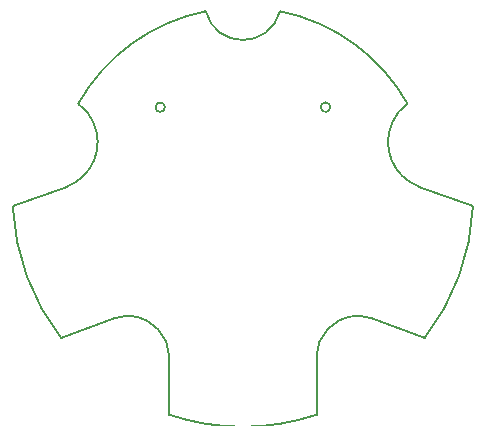
<source format=gm1>
%TF.GenerationSoftware,KiCad,Pcbnew,(6.0.5)*%
%TF.CreationDate,2022-06-17T18:07:45-04:00*%
%TF.ProjectId,Maka_BMS,4d616b61-5f42-44d5-932e-6b696361645f,rev?*%
%TF.SameCoordinates,Original*%
%TF.FileFunction,Profile,NP*%
%FSLAX46Y46*%
G04 Gerber Fmt 4.6, Leading zero omitted, Abs format (unit mm)*
G04 Created by KiCad (PCBNEW (6.0.5)) date 2022-06-17 18:07:45*
%MOMM*%
%LPD*%
G01*
G04 APERTURE LIST*
%TA.AperFunction,Profile*%
%ADD10C,0.200000*%
%TD*%
G04 APERTURE END LIST*
D10*
X144983800Y-112658659D02*
X145255479Y-112930339D01*
X149237358Y-85920461D02*
G75*
G03*
X138436875Y-93767487I3146842J-15687539D01*
G01*
X146134159Y-120079237D02*
G75*
G03*
X158634159Y-120079237I6250000J18471253D01*
G01*
X145784159Y-94042466D02*
G75*
G03*
X145784159Y-94042466I-400000J0D01*
G01*
X159784158Y-94042466D02*
G75*
G03*
X159784158Y-94042466I-400000J0D01*
G01*
X149237361Y-85920475D02*
G75*
G03*
X155530957Y-85920475I3146798J812500D01*
G01*
X163203313Y-111906094D02*
X167772713Y-113584720D01*
X165063228Y-95291669D02*
G75*
G03*
X167296940Y-100762802I3613072J-1716431D01*
G01*
X166331477Y-93767469D02*
G75*
G03*
X155530958Y-85920476I-13947277J-7840531D01*
G01*
X166331442Y-93767487D02*
G75*
G03*
X165063259Y-95291685I1745158J-2741713D01*
G01*
X139705051Y-95291687D02*
G75*
G03*
X138436875Y-93767487I-3013351J-1217513D01*
G01*
X171866339Y-102441426D02*
X167296940Y-100762801D01*
X159512849Y-112930350D02*
G75*
G03*
X158634158Y-115051659I2121351J-2121350D01*
G01*
X163203304Y-111906118D02*
G75*
G03*
X159784517Y-112658659I-1120704J-3050682D01*
G01*
X146134200Y-115051659D02*
G75*
G03*
X145255479Y-112930339I-3000000J-41D01*
G01*
X158634158Y-120079237D02*
X158634158Y-115051659D01*
X144983805Y-112658654D02*
G75*
G03*
X141565005Y-111906095I-2298105J-2298146D01*
G01*
X137471377Y-100762798D02*
G75*
G03*
X139705058Y-95291685I-1379317J3754658D01*
G01*
X146134159Y-115051659D02*
X146134159Y-120079237D01*
X159512837Y-112930339D02*
X159784517Y-112658659D01*
X132902001Y-102441425D02*
G75*
G03*
X136995605Y-113584719I19482199J833425D01*
G01*
X136995605Y-113584720D02*
X141565005Y-111906094D01*
X137471378Y-100762801D02*
X132901979Y-102441426D01*
X167772717Y-113584723D02*
G75*
G03*
X171866340Y-102441427I-15388517J11976723D01*
G01*
M02*

</source>
